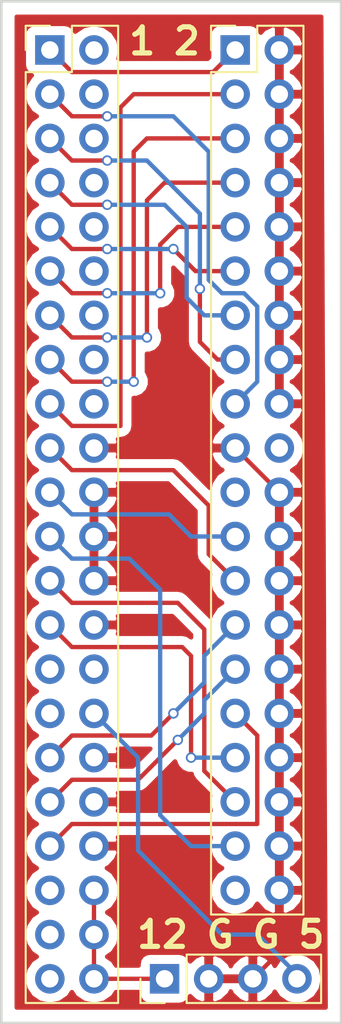
<source format=kicad_pcb>
(kicad_pcb (version 4) (host pcbnew 4.0.6+dfsg1-1)

  (general
    (links 59)
    (no_connects 13)
    (area 117.648667 72.327 139.101 134.065333)
    (thickness 1.6)
    (drawings 6)
    (tracks 135)
    (zones 0)
    (modules 3)
    (nets 30)
  )

  (page A4)
  (layers
    (0 F.Cu signal)
    (31 B.Cu signal)
    (32 B.Adhes user)
    (33 F.Adhes user)
    (34 B.Paste user)
    (35 F.Paste user)
    (36 B.SilkS user)
    (37 F.SilkS user)
    (38 B.Mask user)
    (39 F.Mask user)
    (40 Dwgs.User user)
    (41 Cmts.User user)
    (42 Eco1.User user)
    (43 Eco2.User user)
    (44 Edge.Cuts user)
    (45 Margin user)
    (46 B.CrtYd user)
    (47 F.CrtYd user)
    (48 B.Fab user)
    (49 F.Fab user)
  )

  (setup
    (last_trace_width 0.25)
    (trace_clearance 0.2)
    (zone_clearance 0.508)
    (zone_45_only no)
    (trace_min 0.2)
    (segment_width 0.2)
    (edge_width 0.15)
    (via_size 0.6)
    (via_drill 0.4)
    (via_min_size 0.4)
    (via_min_drill 0.3)
    (uvia_size 0.3)
    (uvia_drill 0.1)
    (uvias_allowed no)
    (uvia_min_size 0.2)
    (uvia_min_drill 0.1)
    (pcb_text_width 0.3)
    (pcb_text_size 1.5 1.5)
    (mod_edge_width 0.15)
    (mod_text_size 1 1)
    (mod_text_width 0.15)
    (pad_size 1.524 1.524)
    (pad_drill 0.762)
    (pad_to_mask_clearance 0.2)
    (aux_axis_origin 0 0)
    (visible_elements FFFFFF7F)
    (pcbplotparams
      (layerselection 0x010f0_80000001)
      (usegerberextensions false)
      (excludeedgelayer true)
      (linewidth 0.100000)
      (plotframeref false)
      (viasonmask true)
      (mode 1)
      (useauxorigin false)
      (hpglpennumber 1)
      (hpglpenspeed 20)
      (hpglpendiameter 15)
      (hpglpenoverlay 2)
      (psnegative false)
      (psa4output false)
      (plotreference false)
      (plotvalue false)
      (plotinvisibletext false)
      (padsonsilk false)
      (subtractmaskfromsilk false)
      (outputformat 1)
      (mirror false)
      (drillshape 0)
      (scaleselection 1)
      (outputdirectory ""))
  )

  (net 0 "")
  (net 1 //RESET)
  (net 2 //DINST)
  (net 3 /DB0)
  (net 4 /GND)
  (net 5 /DB1)
  (net 6 /DB2)
  (net 7 /DB3)
  (net 8 /DB4)
  (net 9 /DB5)
  (net 10 /DB6)
  (net 11 /DB7)
  (net 12 //IOR)
  (net 13 //IOW)
  (net 14 //CS1FX)
  (net 15 /AB0)
  (net 16 /AB1)
  (net 17 /AB2)
  (net 18 /5VDC)
  (net 19 "Net-(J1-Pad31)")
  (net 20 //DACK3)
  (net 21 /DRQ3)
  (net 22 /IRQ5)
  (net 23 /IOCHRDY)
  (net 24 /12VDC)
  (net 25 "Net-(J1-Pad41)")
  (net 26 "Net-(J1-Pad43)")
  (net 27 "Net-(J2-Pad20)")
  (net 28 /AEN)
  (net 29 //DACT)

  (net_class Default "This is the default net class."
    (clearance 0.2)
    (trace_width 0.25)
    (via_dia 0.6)
    (via_drill 0.4)
    (uvia_dia 0.3)
    (uvia_drill 0.1)
    (add_net //CS1FX)
    (add_net //DACK3)
    (add_net //DACT)
    (add_net //DINST)
    (add_net //IOR)
    (add_net //IOW)
    (add_net //RESET)
    (add_net /12VDC)
    (add_net /5VDC)
    (add_net /AB0)
    (add_net /AB1)
    (add_net /AB2)
    (add_net /AEN)
    (add_net /DB0)
    (add_net /DB1)
    (add_net /DB2)
    (add_net /DB3)
    (add_net /DB4)
    (add_net /DB5)
    (add_net /DB6)
    (add_net /DB7)
    (add_net /DRQ3)
    (add_net /GND)
    (add_net /IOCHRDY)
    (add_net /IRQ5)
    (add_net "Net-(J1-Pad31)")
    (add_net "Net-(J1-Pad41)")
    (add_net "Net-(J1-Pad43)")
    (add_net "Net-(J2-Pad20)")
  )

  (module Pin_Headers:Pin_Header_Straight_2x22_Pitch2.54mm (layer F.Cu) (tedit 5A8A8EFB) (tstamp 5A8A8638)
    (at 121.412 75.692)
    (descr "Through hole straight pin header, 2x22, 2.54mm pitch, double rows")
    (tags "Through hole pin header THT 2x22 2.54mm double row")
    (path /5A8A9420)
    (fp_text reference J1 (at 1.27 -2.39) (layer F.SilkS) hide
      (effects (font (size 1 1) (thickness 0.15)))
    )
    (fp_text value CONN_02X22 (at 1.27 55.73) (layer F.Fab) hide
      (effects (font (size 1 1) (thickness 0.15)))
    )
    (fp_line (start -1.27 -1.27) (end -1.27 54.61) (layer F.Fab) (width 0.1))
    (fp_line (start -1.27 54.61) (end 3.81 54.61) (layer F.Fab) (width 0.1))
    (fp_line (start 3.81 54.61) (end 3.81 -1.27) (layer F.Fab) (width 0.1))
    (fp_line (start 3.81 -1.27) (end -1.27 -1.27) (layer F.Fab) (width 0.1))
    (fp_line (start -1.39 1.27) (end -1.39 54.73) (layer F.SilkS) (width 0.12))
    (fp_line (start -1.39 54.73) (end 3.93 54.73) (layer F.SilkS) (width 0.12))
    (fp_line (start 3.93 54.73) (end 3.93 -1.39) (layer F.SilkS) (width 0.12))
    (fp_line (start 3.93 -1.39) (end 1.27 -1.39) (layer F.SilkS) (width 0.12))
    (fp_line (start 1.27 -1.39) (end 1.27 1.27) (layer F.SilkS) (width 0.12))
    (fp_line (start 1.27 1.27) (end -1.39 1.27) (layer F.SilkS) (width 0.12))
    (fp_line (start -1.39 0) (end -1.39 -1.39) (layer F.SilkS) (width 0.12))
    (fp_line (start -1.39 -1.39) (end 0 -1.39) (layer F.SilkS) (width 0.12))
    (fp_line (start -1.6 -1.6) (end -1.6 54.9) (layer F.CrtYd) (width 0.05))
    (fp_line (start -1.6 54.9) (end 4.1 54.9) (layer F.CrtYd) (width 0.05))
    (fp_line (start 4.1 54.9) (end 4.1 -1.6) (layer F.CrtYd) (width 0.05))
    (fp_line (start 4.1 -1.6) (end -1.6 -1.6) (layer F.CrtYd) (width 0.05))
    (pad 1 thru_hole rect (at 0 0) (size 1.7 1.7) (drill 1) (layers *.Cu *.Mask)
      (net 1 //RESET))
    (pad 2 thru_hole oval (at 2.54 0) (size 1.7 1.7) (drill 1) (layers *.Cu *.Mask)
      (net 2 //DINST))
    (pad 3 thru_hole oval (at 0 2.54) (size 1.7 1.7) (drill 1) (layers *.Cu *.Mask)
      (net 3 /DB0))
    (pad 4 thru_hole oval (at 2.54 2.54) (size 1.7 1.7) (drill 1) (layers *.Cu *.Mask)
      (net 4 /GND))
    (pad 5 thru_hole oval (at 0 5.08) (size 1.7 1.7) (drill 1) (layers *.Cu *.Mask)
      (net 5 /DB1))
    (pad 6 thru_hole oval (at 2.54 5.08) (size 1.7 1.7) (drill 1) (layers *.Cu *.Mask)
      (net 4 /GND))
    (pad 7 thru_hole oval (at 0 7.62) (size 1.7 1.7) (drill 1) (layers *.Cu *.Mask)
      (net 6 /DB2))
    (pad 8 thru_hole oval (at 2.54 7.62) (size 1.7 1.7) (drill 1) (layers *.Cu *.Mask)
      (net 4 /GND))
    (pad 9 thru_hole oval (at 0 10.16) (size 1.7 1.7) (drill 1) (layers *.Cu *.Mask)
      (net 7 /DB3))
    (pad 10 thru_hole oval (at 2.54 10.16) (size 1.7 1.7) (drill 1) (layers *.Cu *.Mask)
      (net 4 /GND))
    (pad 11 thru_hole oval (at 0 12.7) (size 1.7 1.7) (drill 1) (layers *.Cu *.Mask)
      (net 8 /DB4))
    (pad 12 thru_hole oval (at 2.54 12.7) (size 1.7 1.7) (drill 1) (layers *.Cu *.Mask)
      (net 4 /GND))
    (pad 13 thru_hole oval (at 0 15.24) (size 1.7 1.7) (drill 1) (layers *.Cu *.Mask)
      (net 9 /DB5))
    (pad 14 thru_hole oval (at 2.54 15.24) (size 1.7 1.7) (drill 1) (layers *.Cu *.Mask)
      (net 4 /GND))
    (pad 15 thru_hole oval (at 0 17.78) (size 1.7 1.7) (drill 1) (layers *.Cu *.Mask)
      (net 10 /DB6))
    (pad 16 thru_hole oval (at 2.54 17.78) (size 1.7 1.7) (drill 1) (layers *.Cu *.Mask)
      (net 4 /GND))
    (pad 17 thru_hole oval (at 0 20.32) (size 1.7 1.7) (drill 1) (layers *.Cu *.Mask)
      (net 11 /DB7))
    (pad 18 thru_hole oval (at 2.54 20.32) (size 1.7 1.7) (drill 1) (layers *.Cu *.Mask)
      (net 4 /GND))
    (pad 19 thru_hole oval (at 0 22.86) (size 1.7 1.7) (drill 1) (layers *.Cu *.Mask)
      (net 12 //IOR))
    (pad 20 thru_hole oval (at 2.54 22.86) (size 1.7 1.7) (drill 1) (layers *.Cu *.Mask)
      (net 4 /GND))
    (pad 21 thru_hole oval (at 0 25.4) (size 1.7 1.7) (drill 1) (layers *.Cu *.Mask)
      (net 13 //IOW))
    (pad 22 thru_hole oval (at 2.54 25.4) (size 1.7 1.7) (drill 1) (layers *.Cu *.Mask)
      (net 4 /GND))
    (pad 23 thru_hole oval (at 0 27.94) (size 1.7 1.7) (drill 1) (layers *.Cu *.Mask)
      (net 14 //CS1FX))
    (pad 24 thru_hole oval (at 2.54 27.94) (size 1.7 1.7) (drill 1) (layers *.Cu *.Mask)
      (net 4 /GND))
    (pad 25 thru_hole oval (at 0 30.48) (size 1.7 1.7) (drill 1) (layers *.Cu *.Mask)
      (net 15 /AB0))
    (pad 26 thru_hole oval (at 2.54 30.48) (size 1.7 1.7) (drill 1) (layers *.Cu *.Mask)
      (net 4 /GND))
    (pad 27 thru_hole oval (at 0 33.02) (size 1.7 1.7) (drill 1) (layers *.Cu *.Mask)
      (net 16 /AB1))
    (pad 28 thru_hole oval (at 2.54 33.02) (size 1.7 1.7) (drill 1) (layers *.Cu *.Mask)
      (net 4 /GND))
    (pad 29 thru_hole oval (at 0 35.56) (size 1.7 1.7) (drill 1) (layers *.Cu *.Mask)
      (net 17 /AB2))
    (pad 30 thru_hole oval (at 2.54 35.56) (size 1.7 1.7) (drill 1) (layers *.Cu *.Mask)
      (net 18 /5VDC))
    (pad 31 thru_hole oval (at 0 38.1) (size 1.7 1.7) (drill 1) (layers *.Cu *.Mask)
      (net 19 "Net-(J1-Pad31)"))
    (pad 32 thru_hole oval (at 2.54 38.1) (size 1.7 1.7) (drill 1) (layers *.Cu *.Mask)
      (net 18 /5VDC))
    (pad 33 thru_hole oval (at 0 40.64) (size 1.7 1.7) (drill 1) (layers *.Cu *.Mask)
      (net 20 //DACK3))
    (pad 34 thru_hole oval (at 2.54 40.64) (size 1.7 1.7) (drill 1) (layers *.Cu *.Mask)
      (net 4 /GND))
    (pad 35 thru_hole oval (at 0 43.18) (size 1.7 1.7) (drill 1) (layers *.Cu *.Mask)
      (net 21 /DRQ3))
    (pad 36 thru_hole oval (at 2.54 43.18) (size 1.7 1.7) (drill 1) (layers *.Cu *.Mask)
      (net 4 /GND))
    (pad 37 thru_hole oval (at 0 45.72) (size 1.7 1.7) (drill 1) (layers *.Cu *.Mask)
      (net 22 /IRQ5))
    (pad 38 thru_hole oval (at 2.54 45.72) (size 1.7 1.7) (drill 1) (layers *.Cu *.Mask)
      (net 4 /GND))
    (pad 39 thru_hole oval (at 0 48.26) (size 1.7 1.7) (drill 1) (layers *.Cu *.Mask)
      (net 23 /IOCHRDY))
    (pad 40 thru_hole oval (at 2.54 48.26) (size 1.7 1.7) (drill 1) (layers *.Cu *.Mask)
      (net 24 /12VDC))
    (pad 41 thru_hole oval (at 0 50.8) (size 1.7 1.7) (drill 1) (layers *.Cu *.Mask)
      (net 25 "Net-(J1-Pad41)"))
    (pad 42 thru_hole oval (at 2.54 50.8) (size 1.7 1.7) (drill 1) (layers *.Cu *.Mask)
      (net 24 /12VDC))
    (pad 43 thru_hole oval (at 0 53.34) (size 1.7 1.7) (drill 1) (layers *.Cu *.Mask)
      (net 26 "Net-(J1-Pad43)"))
    (pad 44 thru_hole oval (at 2.54 53.34) (size 1.7 1.7) (drill 1) (layers *.Cu *.Mask)
      (net 24 /12VDC))
    (model Pin_Headers.3dshapes/Pin_Header_Straight_2x22_Pitch2.54mm.wrl
      (at (xyz 0.05 -1.05 0))
      (scale (xyz 1 1 1))
      (rotate (xyz 0 0 90))
    )
  )

  (module Pin_Headers:Pin_Header_Straight_2x20_Pitch2.54mm (layer F.Cu) (tedit 5A8A8F01) (tstamp 5A8A8664)
    (at 132.08 75.692)
    (descr "Through hole straight pin header, 2x20, 2.54mm pitch, double rows")
    (tags "Through hole pin header THT 2x20 2.54mm double row")
    (path /5A8A94BA)
    (fp_text reference J2 (at 1.27 -2.39) (layer F.SilkS) hide
      (effects (font (size 1 1) (thickness 0.15)))
    )
    (fp_text value CONN_02X20 (at 1.27 50.65) (layer F.Fab) hide
      (effects (font (size 1 1) (thickness 0.15)))
    )
    (fp_line (start -1.27 -1.27) (end -1.27 49.53) (layer F.Fab) (width 0.1))
    (fp_line (start -1.27 49.53) (end 3.81 49.53) (layer F.Fab) (width 0.1))
    (fp_line (start 3.81 49.53) (end 3.81 -1.27) (layer F.Fab) (width 0.1))
    (fp_line (start 3.81 -1.27) (end -1.27 -1.27) (layer F.Fab) (width 0.1))
    (fp_line (start -1.39 1.27) (end -1.39 49.65) (layer F.SilkS) (width 0.12))
    (fp_line (start -1.39 49.65) (end 3.93 49.65) (layer F.SilkS) (width 0.12))
    (fp_line (start 3.93 49.65) (end 3.93 -1.39) (layer F.SilkS) (width 0.12))
    (fp_line (start 3.93 -1.39) (end 1.27 -1.39) (layer F.SilkS) (width 0.12))
    (fp_line (start 1.27 -1.39) (end 1.27 1.27) (layer F.SilkS) (width 0.12))
    (fp_line (start 1.27 1.27) (end -1.39 1.27) (layer F.SilkS) (width 0.12))
    (fp_line (start -1.39 0) (end -1.39 -1.39) (layer F.SilkS) (width 0.12))
    (fp_line (start -1.39 -1.39) (end 0 -1.39) (layer F.SilkS) (width 0.12))
    (fp_line (start -1.6 -1.6) (end -1.6 49.8) (layer F.CrtYd) (width 0.05))
    (fp_line (start -1.6 49.8) (end 4.1 49.8) (layer F.CrtYd) (width 0.05))
    (fp_line (start 4.1 49.8) (end 4.1 -1.6) (layer F.CrtYd) (width 0.05))
    (fp_line (start 4.1 -1.6) (end -1.6 -1.6) (layer F.CrtYd) (width 0.05))
    (pad 1 thru_hole rect (at 0 0) (size 1.7 1.7) (drill 1) (layers *.Cu *.Mask)
      (net 1 //RESET))
    (pad 2 thru_hole oval (at 2.54 0) (size 1.7 1.7) (drill 1) (layers *.Cu *.Mask)
      (net 4 /GND))
    (pad 3 thru_hole oval (at 0 2.54) (size 1.7 1.7) (drill 1) (layers *.Cu *.Mask)
      (net 11 /DB7))
    (pad 4 thru_hole oval (at 2.54 2.54) (size 1.7 1.7) (drill 1) (layers *.Cu *.Mask)
      (net 4 /GND))
    (pad 5 thru_hole oval (at 0 5.08) (size 1.7 1.7) (drill 1) (layers *.Cu *.Mask)
      (net 10 /DB6))
    (pad 6 thru_hole oval (at 2.54 5.08) (size 1.7 1.7) (drill 1) (layers *.Cu *.Mask)
      (net 4 /GND))
    (pad 7 thru_hole oval (at 0 7.62) (size 1.7 1.7) (drill 1) (layers *.Cu *.Mask)
      (net 9 /DB5))
    (pad 8 thru_hole oval (at 2.54 7.62) (size 1.7 1.7) (drill 1) (layers *.Cu *.Mask)
      (net 4 /GND))
    (pad 9 thru_hole oval (at 0 10.16) (size 1.7 1.7) (drill 1) (layers *.Cu *.Mask)
      (net 8 /DB4))
    (pad 10 thru_hole oval (at 2.54 10.16) (size 1.7 1.7) (drill 1) (layers *.Cu *.Mask)
      (net 4 /GND))
    (pad 11 thru_hole oval (at 0 12.7) (size 1.7 1.7) (drill 1) (layers *.Cu *.Mask)
      (net 7 /DB3))
    (pad 12 thru_hole oval (at 2.54 12.7) (size 1.7 1.7) (drill 1) (layers *.Cu *.Mask)
      (net 4 /GND))
    (pad 13 thru_hole oval (at 0 15.24) (size 1.7 1.7) (drill 1) (layers *.Cu *.Mask)
      (net 6 /DB2))
    (pad 14 thru_hole oval (at 2.54 15.24) (size 1.7 1.7) (drill 1) (layers *.Cu *.Mask)
      (net 4 /GND))
    (pad 15 thru_hole oval (at 0 17.78) (size 1.7 1.7) (drill 1) (layers *.Cu *.Mask)
      (net 5 /DB1))
    (pad 16 thru_hole oval (at 2.54 17.78) (size 1.7 1.7) (drill 1) (layers *.Cu *.Mask)
      (net 4 /GND))
    (pad 17 thru_hole oval (at 0 20.32) (size 1.7 1.7) (drill 1) (layers *.Cu *.Mask)
      (net 3 /DB0))
    (pad 18 thru_hole oval (at 2.54 20.32) (size 1.7 1.7) (drill 1) (layers *.Cu *.Mask)
      (net 4 /GND))
    (pad 19 thru_hole oval (at 0 22.86) (size 1.7 1.7) (drill 1) (layers *.Cu *.Mask)
      (net 4 /GND))
    (pad 20 thru_hole oval (at 2.54 22.86) (size 1.7 1.7) (drill 1) (layers *.Cu *.Mask)
      (net 27 "Net-(J2-Pad20)"))
    (pad 21 thru_hole oval (at 0 25.4) (size 1.7 1.7) (drill 1) (layers *.Cu *.Mask)
      (net 28 /AEN))
    (pad 22 thru_hole oval (at 2.54 25.4) (size 1.7 1.7) (drill 1) (layers *.Cu *.Mask)
      (net 4 /GND))
    (pad 23 thru_hole oval (at 0 27.94) (size 1.7 1.7) (drill 1) (layers *.Cu *.Mask)
      (net 13 //IOW))
    (pad 24 thru_hole oval (at 2.54 27.94) (size 1.7 1.7) (drill 1) (layers *.Cu *.Mask)
      (net 4 /GND))
    (pad 25 thru_hole oval (at 0 30.48) (size 1.7 1.7) (drill 1) (layers *.Cu *.Mask)
      (net 12 //IOR))
    (pad 26 thru_hole oval (at 2.54 30.48) (size 1.7 1.7) (drill 1) (layers *.Cu *.Mask)
      (net 4 /GND))
    (pad 27 thru_hole oval (at 0 33.02) (size 1.7 1.7) (drill 1) (layers *.Cu *.Mask)
      (net 20 //DACK3))
    (pad 28 thru_hole oval (at 2.54 33.02) (size 1.7 1.7) (drill 1) (layers *.Cu *.Mask)
      (net 4 /GND))
    (pad 29 thru_hole oval (at 0 35.56) (size 1.7 1.7) (drill 1) (layers *.Cu *.Mask)
      (net 21 /DRQ3))
    (pad 30 thru_hole oval (at 2.54 35.56) (size 1.7 1.7) (drill 1) (layers *.Cu *.Mask)
      (net 4 /GND))
    (pad 31 thru_hole oval (at 0 38.1) (size 1.7 1.7) (drill 1) (layers *.Cu *.Mask)
      (net 22 /IRQ5))
    (pad 32 thru_hole oval (at 2.54 38.1) (size 1.7 1.7) (drill 1) (layers *.Cu *.Mask)
      (net 4 /GND))
    (pad 33 thru_hole oval (at 0 40.64) (size 1.7 1.7) (drill 1) (layers *.Cu *.Mask)
      (net 16 /AB1))
    (pad 34 thru_hole oval (at 2.54 40.64) (size 1.7 1.7) (drill 1) (layers *.Cu *.Mask)
      (net 4 /GND))
    (pad 35 thru_hole oval (at 0 43.18) (size 1.7 1.7) (drill 1) (layers *.Cu *.Mask)
      (net 15 /AB0))
    (pad 36 thru_hole oval (at 2.54 43.18) (size 1.7 1.7) (drill 1) (layers *.Cu *.Mask)
      (net 4 /GND))
    (pad 37 thru_hole oval (at 0 45.72) (size 1.7 1.7) (drill 1) (layers *.Cu *.Mask)
      (net 14 //CS1FX))
    (pad 38 thru_hole oval (at 2.54 45.72) (size 1.7 1.7) (drill 1) (layers *.Cu *.Mask)
      (net 4 /GND))
    (pad 39 thru_hole oval (at 0 48.26) (size 1.7 1.7) (drill 1) (layers *.Cu *.Mask)
      (net 29 //DACT))
    (pad 40 thru_hole oval (at 2.54 48.26) (size 1.7 1.7) (drill 1) (layers *.Cu *.Mask)
      (net 4 /GND))
    (model Pin_Headers.3dshapes/Pin_Header_Straight_2x20_Pitch2.54mm.wrl
      (at (xyz 0.05 -0.95 0))
      (scale (xyz 1 1 1))
      (rotate (xyz 0 0 90))
    )
  )

  (module Pin_Headers:Pin_Header_Straight_1x04_Pitch2.54mm (layer F.Cu) (tedit 5A8A8F05) (tstamp 5A8A86CC)
    (at 128.016 129.032 90)
    (descr "Through hole straight pin header, 1x04, 2.54mm pitch, single row")
    (tags "Through hole pin header THT 1x04 2.54mm single row")
    (path /5A8AA1D6)
    (fp_text reference J3 (at 0 -2.39 90) (layer F.SilkS) hide
      (effects (font (size 1 1) (thickness 0.15)))
    )
    (fp_text value CONN_01X04 (at 0 10.01 90) (layer F.Fab) hide
      (effects (font (size 1 1) (thickness 0.15)))
    )
    (fp_line (start -1.27 -1.27) (end -1.27 8.89) (layer F.Fab) (width 0.1))
    (fp_line (start -1.27 8.89) (end 1.27 8.89) (layer F.Fab) (width 0.1))
    (fp_line (start 1.27 8.89) (end 1.27 -1.27) (layer F.Fab) (width 0.1))
    (fp_line (start 1.27 -1.27) (end -1.27 -1.27) (layer F.Fab) (width 0.1))
    (fp_line (start -1.39 1.27) (end -1.39 9.01) (layer F.SilkS) (width 0.12))
    (fp_line (start -1.39 9.01) (end 1.39 9.01) (layer F.SilkS) (width 0.12))
    (fp_line (start 1.39 9.01) (end 1.39 1.27) (layer F.SilkS) (width 0.12))
    (fp_line (start 1.39 1.27) (end -1.39 1.27) (layer F.SilkS) (width 0.12))
    (fp_line (start -1.39 0) (end -1.39 -1.39) (layer F.SilkS) (width 0.12))
    (fp_line (start -1.39 -1.39) (end 0 -1.39) (layer F.SilkS) (width 0.12))
    (fp_line (start -1.6 -1.6) (end -1.6 9.2) (layer F.CrtYd) (width 0.05))
    (fp_line (start -1.6 9.2) (end 1.6 9.2) (layer F.CrtYd) (width 0.05))
    (fp_line (start 1.6 9.2) (end 1.6 -1.6) (layer F.CrtYd) (width 0.05))
    (fp_line (start 1.6 -1.6) (end -1.6 -1.6) (layer F.CrtYd) (width 0.05))
    (pad 1 thru_hole rect (at 0 0 90) (size 1.7 1.7) (drill 1) (layers *.Cu *.Mask)
      (net 24 /12VDC))
    (pad 2 thru_hole oval (at 0 2.54 90) (size 1.7 1.7) (drill 1) (layers *.Cu *.Mask)
      (net 4 /GND))
    (pad 3 thru_hole oval (at 0 5.08 90) (size 1.7 1.7) (drill 1) (layers *.Cu *.Mask)
      (net 4 /GND))
    (pad 4 thru_hole oval (at 0 7.62 90) (size 1.7 1.7) (drill 1) (layers *.Cu *.Mask)
      (net 18 /5VDC))
    (model Pin_Headers.3dshapes/Pin_Header_Straight_1x04_Pitch2.54mm.wrl
      (at (xyz 0 -0.15 0))
      (scale (xyz 1 1 1))
      (rotate (xyz 0 0 90))
    )
  )

  (gr_text "12 G G 5" (at 131.826 126.492) (layer F.SilkS)
    (effects (font (size 1.5 1.5) (thickness 0.3)))
  )
  (gr_text "1 2" (at 128.016 75.184) (layer F.SilkS)
    (effects (font (size 1.5 1.5) (thickness 0.3)))
  )
  (gr_line (start 138.176 72.898) (end 118.618 72.898) (angle 90) (layer Edge.Cuts) (width 0.15))
  (gr_line (start 138.176 131.572) (end 138.176 72.898) (angle 90) (layer Edge.Cuts) (width 0.15))
  (gr_line (start 118.618 131.572) (end 138.176 131.572) (angle 90) (layer Edge.Cuts) (width 0.15))
  (gr_line (start 118.618 72.898) (end 118.618 131.572) (angle 90) (layer Edge.Cuts) (width 0.15))

  (segment (start 126.492 76.962) (end 130.81 76.962) (width 0.25) (layer F.Cu) (net 1))
  (segment (start 130.81 76.962) (end 132.08 75.692) (width 0.25) (layer F.Cu) (net 1) (tstamp 5A8A89C7))
  (segment (start 121.412 75.692) (end 122.682 76.962) (width 0.25) (layer F.Cu) (net 1))
  (segment (start 122.682 76.962) (end 126.492 76.962) (width 0.25) (layer F.Cu) (net 1) (tstamp 5A8A8986))
  (segment (start 121.412 78.232) (end 122.682 79.502) (width 0.25) (layer F.Cu) (net 3))
  (segment (start 133.35 94.742) (end 132.08 96.012) (width 0.25) (layer B.Cu) (net 3) (tstamp 5A8A8F61))
  (segment (start 133.35 90.424) (end 133.35 94.742) (width 0.25) (layer B.Cu) (net 3) (tstamp 5A8A8F60))
  (segment (start 132.588 89.662) (end 133.35 90.424) (width 0.25) (layer B.Cu) (net 3) (tstamp 5A8A8F5F))
  (segment (start 131.318 89.662) (end 132.588 89.662) (width 0.25) (layer B.Cu) (net 3) (tstamp 5A8A8F5E))
  (segment (start 130.556 88.9) (end 131.318 89.662) (width 0.25) (layer B.Cu) (net 3) (tstamp 5A8A8F5D))
  (segment (start 130.556 81.534) (end 130.556 88.9) (width 0.25) (layer B.Cu) (net 3) (tstamp 5A8A8F5B))
  (segment (start 128.524 79.502) (end 130.556 81.534) (width 0.25) (layer B.Cu) (net 3) (tstamp 5A8A8F5A))
  (segment (start 124.714 79.502) (end 128.524 79.502) (width 0.25) (layer B.Cu) (net 3) (tstamp 5A8A8F59))
  (via (at 124.714 79.502) (size 0.6) (drill 0.4) (layers F.Cu B.Cu) (net 3))
  (segment (start 122.682 79.502) (end 124.714 79.502) (width 0.25) (layer F.Cu) (net 3) (tstamp 5A8A8F56))
  (segment (start 134.62 101.092) (end 132.08 98.552) (width 0.25) (layer F.Cu) (net 4))
  (segment (start 130.556 129.032) (end 133.096 129.032) (width 0.25) (layer F.Cu) (net 4))
  (segment (start 133.096 129.032) (end 134.62 127.508) (width 0.25) (layer F.Cu) (net 4) (tstamp 5A8A8FD9))
  (segment (start 134.62 127.508) (end 134.62 123.952) (width 0.25) (layer F.Cu) (net 4) (tstamp 5A8A8FDA))
  (segment (start 121.412 80.772) (end 122.682 82.042) (width 0.25) (layer F.Cu) (net 5))
  (segment (start 131.064 93.472) (end 132.08 93.472) (width 0.25) (layer F.Cu) (net 5) (tstamp 5A8A8F52))
  (segment (start 130.048 92.456) (end 131.064 93.472) (width 0.25) (layer F.Cu) (net 5) (tstamp 5A8A8F51))
  (segment (start 130.048 89.408) (end 130.048 92.456) (width 0.25) (layer F.Cu) (net 5) (tstamp 5A8A8F50))
  (via (at 130.048 89.408) (size 0.6) (drill 0.4) (layers F.Cu B.Cu) (net 5))
  (segment (start 130.048 85.09) (end 130.048 89.408) (width 0.25) (layer B.Cu) (net 5) (tstamp 5A8A8F4C))
  (segment (start 129.794 84.836) (end 130.048 85.09) (width 0.25) (layer B.Cu) (net 5) (tstamp 5A8A8F4A))
  (segment (start 127 82.042) (end 129.794 84.836) (width 0.25) (layer B.Cu) (net 5) (tstamp 5A8A8F49))
  (segment (start 124.714 82.042) (end 127 82.042) (width 0.25) (layer B.Cu) (net 5) (tstamp 5A8A8F48))
  (via (at 124.714 82.042) (size 0.6) (drill 0.4) (layers F.Cu B.Cu) (net 5))
  (segment (start 122.682 82.042) (end 124.714 82.042) (width 0.25) (layer F.Cu) (net 5) (tstamp 5A8A8F45))
  (segment (start 121.412 83.312) (end 122.682 84.582) (width 0.25) (layer F.Cu) (net 6))
  (segment (start 130.302 90.932) (end 132.08 90.932) (width 0.25) (layer B.Cu) (net 6) (tstamp 5A8A8F41))
  (segment (start 129.286 89.916) (end 130.302 90.932) (width 0.25) (layer B.Cu) (net 6) (tstamp 5A8A8F40))
  (segment (start 129.286 85.852) (end 129.286 89.916) (width 0.25) (layer B.Cu) (net 6) (tstamp 5A8A8F3E))
  (segment (start 128.016 84.582) (end 129.286 85.852) (width 0.25) (layer B.Cu) (net 6) (tstamp 5A8A8F3D))
  (segment (start 124.714 84.582) (end 128.016 84.582) (width 0.25) (layer B.Cu) (net 6) (tstamp 5A8A8F3C))
  (via (at 124.714 84.582) (size 0.6) (drill 0.4) (layers F.Cu B.Cu) (net 6))
  (segment (start 122.682 84.582) (end 124.714 84.582) (width 0.25) (layer F.Cu) (net 6) (tstamp 5A8A8F39))
  (segment (start 121.412 83.312) (end 121.666 83.312) (width 0.25) (layer F.Cu) (net 6))
  (segment (start 121.412 85.852) (end 122.682 87.122) (width 0.25) (layer F.Cu) (net 7))
  (segment (start 129.794 88.392) (end 132.08 88.392) (width 0.25) (layer F.Cu) (net 7) (tstamp 5A8A8F34))
  (segment (start 128.524 87.122) (end 129.794 88.392) (width 0.25) (layer F.Cu) (net 7) (tstamp 5A8A8F33))
  (via (at 128.524 87.122) (size 0.6) (drill 0.4) (layers F.Cu B.Cu) (net 7))
  (segment (start 124.714 87.122) (end 128.524 87.122) (width 0.25) (layer B.Cu) (net 7) (tstamp 5A8A8F30))
  (via (at 124.714 87.122) (size 0.6) (drill 0.4) (layers F.Cu B.Cu) (net 7))
  (segment (start 122.682 87.122) (end 124.714 87.122) (width 0.25) (layer F.Cu) (net 7) (tstamp 5A8A8F2D))
  (segment (start 121.412 88.392) (end 122.682 89.662) (width 0.25) (layer F.Cu) (net 8))
  (segment (start 128.778 85.852) (end 132.08 85.852) (width 0.25) (layer F.Cu) (net 8) (tstamp 5A8A8F29))
  (segment (start 127.762 86.868) (end 128.778 85.852) (width 0.25) (layer F.Cu) (net 8) (tstamp 5A8A8F28))
  (segment (start 127.762 89.662) (end 127.762 86.868) (width 0.25) (layer F.Cu) (net 8) (tstamp 5A8A8F27))
  (via (at 127.762 89.662) (size 0.6) (drill 0.4) (layers F.Cu B.Cu) (net 8))
  (segment (start 124.714 89.662) (end 127.762 89.662) (width 0.25) (layer B.Cu) (net 8) (tstamp 5A8A8F24))
  (via (at 124.714 89.662) (size 0.6) (drill 0.4) (layers F.Cu B.Cu) (net 8))
  (segment (start 122.682 89.662) (end 124.714 89.662) (width 0.25) (layer F.Cu) (net 8) (tstamp 5A8A8F21))
  (segment (start 121.412 90.932) (end 122.682 92.202) (width 0.25) (layer F.Cu) (net 9))
  (segment (start 128.016 83.312) (end 132.08 83.312) (width 0.25) (layer F.Cu) (net 9) (tstamp 5A8A8F18))
  (segment (start 127 84.328) (end 128.016 83.312) (width 0.25) (layer F.Cu) (net 9) (tstamp 5A8A8F17))
  (segment (start 127 92.202) (end 127 84.328) (width 0.25) (layer F.Cu) (net 9) (tstamp 5A8A8F16))
  (via (at 127 92.202) (size 0.6) (drill 0.4) (layers F.Cu B.Cu) (net 9))
  (segment (start 124.714 92.202) (end 127 92.202) (width 0.25) (layer B.Cu) (net 9) (tstamp 5A8A8F13))
  (via (at 124.714 92.202) (size 0.6) (drill 0.4) (layers F.Cu B.Cu) (net 9))
  (segment (start 122.682 92.202) (end 124.714 92.202) (width 0.25) (layer F.Cu) (net 9) (tstamp 5A8A8F0F))
  (segment (start 121.412 93.472) (end 122.682 94.742) (width 0.25) (layer F.Cu) (net 10))
  (segment (start 127 80.772) (end 132.08 80.772) (width 0.25) (layer F.Cu) (net 10) (tstamp 5A8A8F0C))
  (segment (start 126.238 81.534) (end 127 80.772) (width 0.25) (layer F.Cu) (net 10) (tstamp 5A8A8F0B))
  (segment (start 126.238 94.742) (end 126.238 81.534) (width 0.25) (layer F.Cu) (net 10) (tstamp 5A8A8F0A))
  (via (at 126.238 94.742) (size 0.6) (drill 0.4) (layers F.Cu B.Cu) (net 10))
  (segment (start 124.714 94.742) (end 126.238 94.742) (width 0.25) (layer B.Cu) (net 10) (tstamp 5A8A8F06))
  (via (at 124.714 94.742) (size 0.6) (drill 0.4) (layers F.Cu B.Cu) (net 10))
  (segment (start 122.682 94.742) (end 124.714 94.742) (width 0.25) (layer F.Cu) (net 10) (tstamp 5A8A8F03))
  (segment (start 121.412 96.012) (end 122.682 97.282) (width 0.25) (layer F.Cu) (net 11))
  (segment (start 125.476 97.282) (end 125.476 79.502) (width 0.25) (layer F.Cu) (net 11) (tstamp 5A8A8EF9))
  (segment (start 122.682 97.282) (end 125.476 97.282) (width 0.25) (layer F.Cu) (net 11) (tstamp 5A8A8EF8))
  (segment (start 125.476 79.502) (end 125.476 78.994) (width 0.25) (layer F.Cu) (net 11) (tstamp 5A8A8EFC))
  (segment (start 125.476 78.994) (end 126.238 78.232) (width 0.25) (layer F.Cu) (net 11) (tstamp 5A8A8EFD))
  (segment (start 126.238 78.232) (end 132.08 78.232) (width 0.25) (layer F.Cu) (net 11) (tstamp 5A8A8EFE))
  (segment (start 126.746 99.822) (end 128.524 99.822) (width 0.25) (layer F.Cu) (net 12))
  (segment (start 122.682 99.822) (end 126.746 99.822) (width 0.25) (layer F.Cu) (net 12) (tstamp 5A8A896C))
  (segment (start 121.412 98.552) (end 122.682 99.822) (width 0.25) (layer F.Cu) (net 12))
  (segment (start 130.556 104.648) (end 132.08 106.172) (width 0.25) (layer F.Cu) (net 12) (tstamp 5A8A8F6B))
  (segment (start 130.556 101.854) (end 130.556 104.648) (width 0.25) (layer F.Cu) (net 12) (tstamp 5A8A8F69))
  (segment (start 128.524 99.822) (end 130.556 101.854) (width 0.25) (layer F.Cu) (net 12) (tstamp 5A8A8F67))
  (segment (start 121.412 101.092) (end 122.682 102.362) (width 0.25) (layer B.Cu) (net 13))
  (segment (start 129.54 103.632) (end 132.08 103.632) (width 0.25) (layer B.Cu) (net 13) (tstamp 5A8A8F98))
  (segment (start 128.27 102.362) (end 129.54 103.632) (width 0.25) (layer B.Cu) (net 13) (tstamp 5A8A8F97))
  (segment (start 122.682 102.362) (end 128.27 102.362) (width 0.25) (layer B.Cu) (net 13) (tstamp 5A8A8F96))
  (segment (start 121.412 103.632) (end 122.682 104.902) (width 0.25) (layer B.Cu) (net 14))
  (segment (start 129.54 121.412) (end 132.08 121.412) (width 0.25) (layer B.Cu) (net 14) (tstamp 5A8A8FA4))
  (segment (start 127.762 119.634) (end 129.54 121.412) (width 0.25) (layer B.Cu) (net 14) (tstamp 5A8A8FA2))
  (segment (start 127.762 106.68) (end 127.762 119.634) (width 0.25) (layer B.Cu) (net 14) (tstamp 5A8A8FA0))
  (segment (start 125.984 104.902) (end 127.762 106.68) (width 0.25) (layer B.Cu) (net 14) (tstamp 5A8A8F9F))
  (segment (start 122.682 104.902) (end 125.984 104.902) (width 0.25) (layer B.Cu) (net 14) (tstamp 5A8A8F9E))
  (segment (start 126.746 107.442) (end 128.778 107.442) (width 0.25) (layer F.Cu) (net 15))
  (segment (start 122.682 107.442) (end 126.746 107.442) (width 0.25) (layer F.Cu) (net 15) (tstamp 5A8A8963))
  (segment (start 121.412 106.172) (end 122.682 107.442) (width 0.25) (layer F.Cu) (net 15))
  (segment (start 130.302 117.094) (end 132.08 118.872) (width 0.25) (layer F.Cu) (net 15) (tstamp 5A8A8F74))
  (segment (start 130.302 108.966) (end 130.302 117.094) (width 0.25) (layer F.Cu) (net 15) (tstamp 5A8A8F72))
  (segment (start 128.778 107.442) (end 130.302 108.966) (width 0.25) (layer F.Cu) (net 15) (tstamp 5A8A8F70))
  (segment (start 126.746 109.982) (end 129.032 109.982) (width 0.25) (layer F.Cu) (net 16))
  (segment (start 122.682 109.982) (end 126.746 109.982) (width 0.25) (layer F.Cu) (net 16) (tstamp 5A8A8960))
  (segment (start 121.412 108.712) (end 122.682 109.982) (width 0.25) (layer F.Cu) (net 16))
  (segment (start 129.54 116.332) (end 132.08 116.332) (width 0.25) (layer B.Cu) (net 16) (tstamp 5A8A8F7B))
  (via (at 129.54 116.332) (size 0.6) (drill 0.4) (layers F.Cu B.Cu) (net 16))
  (segment (start 129.54 110.49) (end 129.54 116.332) (width 0.25) (layer F.Cu) (net 16) (tstamp 5A8A8F79))
  (segment (start 129.032 109.982) (end 129.54 110.49) (width 0.25) (layer F.Cu) (net 16) (tstamp 5A8A8F78))
  (segment (start 135.636 129.032) (end 135.636 128.778) (width 0.25) (layer B.Cu) (net 18))
  (segment (start 135.636 128.778) (end 133.35 126.492) (width 0.25) (layer B.Cu) (net 18) (tstamp 5A8A8FDE))
  (segment (start 133.35 126.492) (end 131.318 126.492) (width 0.25) (layer B.Cu) (net 18) (tstamp 5A8A8FDF))
  (segment (start 131.318 126.492) (end 126.492 121.666) (width 0.25) (layer B.Cu) (net 18) (tstamp 5A8A8FE1))
  (segment (start 126.492 121.666) (end 126.492 116.332) (width 0.25) (layer B.Cu) (net 18) (tstamp 5A8A8FE3))
  (segment (start 126.492 116.332) (end 123.952 113.792) (width 0.25) (layer B.Cu) (net 18) (tstamp 5A8A8FE5))
  (segment (start 126.492 115.062) (end 127.254 115.062) (width 0.25) (layer F.Cu) (net 20))
  (segment (start 122.428 115.316) (end 122.682 115.062) (width 0.25) (layer F.Cu) (net 20) (tstamp 5A8A8955))
  (segment (start 122.682 115.062) (end 126.492 115.062) (width 0.25) (layer F.Cu) (net 20) (tstamp 5A8A8956))
  (segment (start 121.412 116.332) (end 122.428 115.316) (width 0.25) (layer F.Cu) (net 20))
  (segment (start 130.302 110.49) (end 132.08 108.712) (width 0.25) (layer B.Cu) (net 20) (tstamp 5A8A8F84))
  (segment (start 130.302 112.014) (end 130.302 110.49) (width 0.25) (layer B.Cu) (net 20) (tstamp 5A8A8F82))
  (segment (start 128.524 113.792) (end 130.302 112.014) (width 0.25) (layer B.Cu) (net 20) (tstamp 5A8A8F81))
  (via (at 128.524 113.792) (size 0.6) (drill 0.4) (layers F.Cu B.Cu) (net 20))
  (segment (start 127.254 115.062) (end 128.524 113.792) (width 0.25) (layer F.Cu) (net 20) (tstamp 5A8A8F7F))
  (segment (start 126.492 117.602) (end 128.778 115.316) (width 0.25) (layer F.Cu) (net 21))
  (segment (start 122.682 117.602) (end 126.492 117.602) (width 0.25) (layer F.Cu) (net 21) (tstamp 5A8A8959))
  (segment (start 121.412 118.872) (end 122.682 117.602) (width 0.25) (layer F.Cu) (net 21))
  (segment (start 130.302 113.03) (end 132.08 111.252) (width 0.25) (layer B.Cu) (net 21) (tstamp 5A8A8F8C))
  (segment (start 130.302 113.792) (end 130.302 113.03) (width 0.25) (layer B.Cu) (net 21) (tstamp 5A8A8F8B))
  (segment (start 128.778 115.316) (end 130.302 113.792) (width 0.25) (layer B.Cu) (net 21) (tstamp 5A8A8F8A))
  (via (at 128.778 115.316) (size 0.6) (drill 0.4) (layers F.Cu B.Cu) (net 21))
  (segment (start 126.492 120.142) (end 133.35 120.142) (width 0.25) (layer F.Cu) (net 22))
  (segment (start 122.682 120.142) (end 126.492 120.142) (width 0.25) (layer F.Cu) (net 22) (tstamp 5A8A895C))
  (segment (start 121.412 121.412) (end 122.682 120.142) (width 0.25) (layer F.Cu) (net 22))
  (segment (start 133.35 115.062) (end 132.08 113.792) (width 0.25) (layer F.Cu) (net 22) (tstamp 5A8A8F90))
  (segment (start 133.35 120.142) (end 133.35 115.062) (width 0.25) (layer F.Cu) (net 22) (tstamp 5A8A8F8F))
  (segment (start 128.016 129.032) (end 123.952 129.032) (width 0.25) (layer F.Cu) (net 24))
  (segment (start 123.952 129.032) (end 123.952 126.492) (width 0.25) (layer F.Cu) (net 24) (tstamp 5A8A8FD5))
  (segment (start 123.952 126.492) (end 123.952 123.952) (width 0.25) (layer F.Cu) (net 24) (tstamp 5A8A8FD6))

  (zone (net 4) (net_name /GND) (layer F.Cu) (tstamp 5A8A8FED) (hatch edge 0.508)
    (connect_pads (clearance 0.508))
    (min_thickness 0.254)
    (fill yes (arc_segments 16) (thermal_gap 0.508) (thermal_bridge_width 0.508))
    (polygon
      (pts
        (xy 137.414 130.81) (xy 119.38 130.81) (xy 119.38 73.66) (xy 137.16 73.66)
      )
    )
    (filled_polygon
      (pts
        (xy 137.286434 130.683) (xy 119.507 130.683) (xy 119.507 78.232) (xy 119.897907 78.232) (xy 120.010946 78.800285)
        (xy 120.332853 79.282054) (xy 120.662026 79.502) (xy 120.332853 79.721946) (xy 120.010946 80.203715) (xy 119.897907 80.772)
        (xy 120.010946 81.340285) (xy 120.332853 81.822054) (xy 120.662026 82.042) (xy 120.332853 82.261946) (xy 120.010946 82.743715)
        (xy 119.897907 83.312) (xy 120.010946 83.880285) (xy 120.332853 84.362054) (xy 120.662026 84.582) (xy 120.332853 84.801946)
        (xy 120.010946 85.283715) (xy 119.897907 85.852) (xy 120.010946 86.420285) (xy 120.332853 86.902054) (xy 120.662026 87.122)
        (xy 120.332853 87.341946) (xy 120.010946 87.823715) (xy 119.897907 88.392) (xy 120.010946 88.960285) (xy 120.332853 89.442054)
        (xy 120.662026 89.662) (xy 120.332853 89.881946) (xy 120.010946 90.363715) (xy 119.897907 90.932) (xy 120.010946 91.500285)
        (xy 120.332853 91.982054) (xy 120.662026 92.202) (xy 120.332853 92.421946) (xy 120.010946 92.903715) (xy 119.897907 93.472)
        (xy 120.010946 94.040285) (xy 120.332853 94.522054) (xy 120.662026 94.742) (xy 120.332853 94.961946) (xy 120.010946 95.443715)
        (xy 119.897907 96.012) (xy 120.010946 96.580285) (xy 120.332853 97.062054) (xy 120.662026 97.282) (xy 120.332853 97.501946)
        (xy 120.010946 97.983715) (xy 119.897907 98.552) (xy 120.010946 99.120285) (xy 120.332853 99.602054) (xy 120.662026 99.822)
        (xy 120.332853 100.041946) (xy 120.010946 100.523715) (xy 119.897907 101.092) (xy 120.010946 101.660285) (xy 120.332853 102.142054)
        (xy 120.662026 102.362) (xy 120.332853 102.581946) (xy 120.010946 103.063715) (xy 119.897907 103.632) (xy 120.010946 104.200285)
        (xy 120.332853 104.682054) (xy 120.662026 104.902) (xy 120.332853 105.121946) (xy 120.010946 105.603715) (xy 119.897907 106.172)
        (xy 120.010946 106.740285) (xy 120.332853 107.222054) (xy 120.662026 107.442) (xy 120.332853 107.661946) (xy 120.010946 108.143715)
        (xy 119.897907 108.712) (xy 120.010946 109.280285) (xy 120.332853 109.762054) (xy 120.662026 109.982) (xy 120.332853 110.201946)
        (xy 120.010946 110.683715) (xy 119.897907 111.252) (xy 120.010946 111.820285) (xy 120.332853 112.302054) (xy 120.662026 112.522)
        (xy 120.332853 112.741946) (xy 120.010946 113.223715) (xy 119.897907 113.792) (xy 120.010946 114.360285) (xy 120.332853 114.842054)
        (xy 120.662026 115.062) (xy 120.332853 115.281946) (xy 120.010946 115.763715) (xy 119.897907 116.332) (xy 120.010946 116.900285)
        (xy 120.332853 117.382054) (xy 120.662026 117.602) (xy 120.332853 117.821946) (xy 120.010946 118.303715) (xy 119.897907 118.872)
        (xy 120.010946 119.440285) (xy 120.332853 119.922054) (xy 120.662026 120.142) (xy 120.332853 120.361946) (xy 120.010946 120.843715)
        (xy 119.897907 121.412) (xy 120.010946 121.980285) (xy 120.332853 122.462054) (xy 120.662026 122.682) (xy 120.332853 122.901946)
        (xy 120.010946 123.383715) (xy 119.897907 123.952) (xy 120.010946 124.520285) (xy 120.332853 125.002054) (xy 120.662026 125.222)
        (xy 120.332853 125.441946) (xy 120.010946 125.923715) (xy 119.897907 126.492) (xy 120.010946 127.060285) (xy 120.332853 127.542054)
        (xy 120.662026 127.762) (xy 120.332853 127.981946) (xy 120.010946 128.463715) (xy 119.897907 129.032) (xy 120.010946 129.600285)
        (xy 120.332853 130.082054) (xy 120.814622 130.403961) (xy 121.382907 130.517) (xy 121.441093 130.517) (xy 122.009378 130.403961)
        (xy 122.491147 130.082054) (xy 122.682 129.796422) (xy 122.872853 130.082054) (xy 123.354622 130.403961) (xy 123.922907 130.517)
        (xy 123.981093 130.517) (xy 124.549378 130.403961) (xy 125.031147 130.082054) (xy 125.224954 129.792) (xy 126.51856 129.792)
        (xy 126.51856 129.882) (xy 126.562838 130.117317) (xy 126.70191 130.333441) (xy 126.91411 130.478431) (xy 127.166 130.52944)
        (xy 128.866 130.52944) (xy 129.101317 130.485162) (xy 129.317441 130.34609) (xy 129.462431 130.13389) (xy 129.484301 130.025893)
        (xy 129.789076 130.303645) (xy 130.19911 130.473476) (xy 130.429 130.352155) (xy 130.429 129.159) (xy 130.683 129.159)
        (xy 130.683 130.352155) (xy 130.91289 130.473476) (xy 131.322924 130.303645) (xy 131.751183 129.913358) (xy 131.826 129.754046)
        (xy 131.900817 129.913358) (xy 132.329076 130.303645) (xy 132.73911 130.473476) (xy 132.969 130.352155) (xy 132.969 129.159)
        (xy 130.683 129.159) (xy 130.429 129.159) (xy 130.409 129.159) (xy 130.409 128.905) (xy 130.429 128.905)
        (xy 130.429 127.711845) (xy 130.683 127.711845) (xy 130.683 128.905) (xy 132.969 128.905) (xy 132.969 127.711845)
        (xy 133.223 127.711845) (xy 133.223 128.905) (xy 133.243 128.905) (xy 133.243 129.159) (xy 133.223 129.159)
        (xy 133.223 130.352155) (xy 133.45289 130.473476) (xy 133.862924 130.303645) (xy 134.291183 129.913358) (xy 134.358298 129.770447)
        (xy 134.585946 130.111147) (xy 135.067715 130.433054) (xy 135.636 130.546093) (xy 136.204285 130.433054) (xy 136.686054 130.111147)
        (xy 137.007961 129.629378) (xy 137.121 129.061093) (xy 137.121 129.002907) (xy 137.007961 128.434622) (xy 136.686054 127.952853)
        (xy 136.204285 127.630946) (xy 135.636 127.517907) (xy 135.067715 127.630946) (xy 134.585946 127.952853) (xy 134.358298 128.293553)
        (xy 134.291183 128.150642) (xy 133.862924 127.760355) (xy 133.45289 127.590524) (xy 133.223 127.711845) (xy 132.969 127.711845)
        (xy 132.73911 127.590524) (xy 132.329076 127.760355) (xy 131.900817 128.150642) (xy 131.826 128.309954) (xy 131.751183 128.150642)
        (xy 131.322924 127.760355) (xy 130.91289 127.590524) (xy 130.683 127.711845) (xy 130.429 127.711845) (xy 130.19911 127.590524)
        (xy 129.789076 127.760355) (xy 129.486063 128.036501) (xy 129.469162 127.946683) (xy 129.33009 127.730559) (xy 129.11789 127.585569)
        (xy 128.866 127.53456) (xy 127.166 127.53456) (xy 126.930683 127.578838) (xy 126.714559 127.71791) (xy 126.569569 127.93011)
        (xy 126.51856 128.182) (xy 126.51856 128.272) (xy 125.224954 128.272) (xy 125.031147 127.981946) (xy 124.712 127.768699)
        (xy 124.712 127.755301) (xy 125.031147 127.542054) (xy 125.353054 127.060285) (xy 125.466093 126.492) (xy 125.353054 125.923715)
        (xy 125.031147 125.441946) (xy 124.712 125.228699) (xy 124.712 125.215301) (xy 125.031147 125.002054) (xy 125.353054 124.520285)
        (xy 125.466093 123.952) (xy 125.353054 123.383715) (xy 125.031147 122.901946) (xy 124.690447 122.674298) (xy 124.833358 122.607183)
        (xy 125.223645 122.178924) (xy 125.393476 121.76889) (xy 125.272155 121.539) (xy 124.079 121.539) (xy 124.079 121.559)
        (xy 123.825 121.559) (xy 123.825 121.539) (xy 123.805 121.539) (xy 123.805 121.285) (xy 123.825 121.285)
        (xy 123.825 121.265) (xy 124.079 121.265) (xy 124.079 121.285) (xy 125.272155 121.285) (xy 125.393476 121.05511)
        (xy 125.33006 120.902) (xy 130.667352 120.902) (xy 130.565907 121.412) (xy 130.678946 121.980285) (xy 131.000853 122.462054)
        (xy 131.330026 122.682) (xy 131.000853 122.901946) (xy 130.678946 123.383715) (xy 130.565907 123.952) (xy 130.678946 124.520285)
        (xy 131.000853 125.002054) (xy 131.482622 125.323961) (xy 132.050907 125.437) (xy 132.109093 125.437) (xy 132.677378 125.323961)
        (xy 133.159147 125.002054) (xy 133.348345 124.718899) (xy 133.348355 124.718924) (xy 133.738642 125.147183) (xy 134.263108 125.393486)
        (xy 134.493 125.272819) (xy 134.493 124.079) (xy 134.747 124.079) (xy 134.747 125.272819) (xy 134.976892 125.393486)
        (xy 135.501358 125.147183) (xy 135.891645 124.718924) (xy 136.061476 124.30889) (xy 135.940155 124.079) (xy 134.747 124.079)
        (xy 134.493 124.079) (xy 134.473 124.079) (xy 134.473 123.825) (xy 134.493 123.825) (xy 134.493 121.539)
        (xy 134.747 121.539) (xy 134.747 123.825) (xy 135.940155 123.825) (xy 136.061476 123.59511) (xy 135.891645 123.185076)
        (xy 135.501358 122.756817) (xy 135.342046 122.682) (xy 135.501358 122.607183) (xy 135.891645 122.178924) (xy 136.061476 121.76889)
        (xy 135.940155 121.539) (xy 134.747 121.539) (xy 134.493 121.539) (xy 134.473 121.539) (xy 134.473 121.285)
        (xy 134.493 121.285) (xy 134.493 118.999) (xy 134.747 118.999) (xy 134.747 121.285) (xy 135.940155 121.285)
        (xy 136.061476 121.05511) (xy 135.891645 120.645076) (xy 135.501358 120.216817) (xy 135.342046 120.142) (xy 135.501358 120.067183)
        (xy 135.891645 119.638924) (xy 136.061476 119.22889) (xy 135.940155 118.999) (xy 134.747 118.999) (xy 134.493 118.999)
        (xy 134.473 118.999) (xy 134.473 118.745) (xy 134.493 118.745) (xy 134.493 116.459) (xy 134.747 116.459)
        (xy 134.747 118.745) (xy 135.940155 118.745) (xy 136.061476 118.51511) (xy 135.891645 118.105076) (xy 135.501358 117.676817)
        (xy 135.342046 117.602) (xy 135.501358 117.527183) (xy 135.891645 117.098924) (xy 136.061476 116.68889) (xy 135.940155 116.459)
        (xy 134.747 116.459) (xy 134.493 116.459) (xy 134.473 116.459) (xy 134.473 116.205) (xy 134.493 116.205)
        (xy 134.493 113.919) (xy 134.747 113.919) (xy 134.747 116.205) (xy 135.940155 116.205) (xy 136.061476 115.97511)
        (xy 135.891645 115.565076) (xy 135.501358 115.136817) (xy 135.342046 115.062) (xy 135.501358 114.987183) (xy 135.891645 114.558924)
        (xy 136.061476 114.14889) (xy 135.940155 113.919) (xy 134.747 113.919) (xy 134.493 113.919) (xy 134.473 113.919)
        (xy 134.473 113.665) (xy 134.493 113.665) (xy 134.493 111.379) (xy 134.747 111.379) (xy 134.747 113.665)
        (xy 135.940155 113.665) (xy 136.061476 113.43511) (xy 135.891645 113.025076) (xy 135.501358 112.596817) (xy 135.342046 112.522)
        (xy 135.501358 112.447183) (xy 135.891645 112.018924) (xy 136.061476 111.60889) (xy 135.940155 111.379) (xy 134.747 111.379)
        (xy 134.493 111.379) (xy 134.473 111.379) (xy 134.473 111.125) (xy 134.493 111.125) (xy 134.493 108.839)
        (xy 134.747 108.839) (xy 134.747 111.125) (xy 135.940155 111.125) (xy 136.061476 110.89511) (xy 135.891645 110.485076)
        (xy 135.501358 110.056817) (xy 135.342046 109.982) (xy 135.501358 109.907183) (xy 135.891645 109.478924) (xy 136.061476 109.06889)
        (xy 135.940155 108.839) (xy 134.747 108.839) (xy 134.493 108.839) (xy 134.473 108.839) (xy 134.473 108.585)
        (xy 134.493 108.585) (xy 134.493 106.299) (xy 134.747 106.299) (xy 134.747 108.585) (xy 135.940155 108.585)
        (xy 136.061476 108.35511) (xy 135.891645 107.945076) (xy 135.501358 107.516817) (xy 135.342046 107.442) (xy 135.501358 107.367183)
        (xy 135.891645 106.938924) (xy 136.061476 106.52889) (xy 135.940155 106.299) (xy 134.747 106.299) (xy 134.493 106.299)
        (xy 134.473 106.299) (xy 134.473 106.045) (xy 134.493 106.045) (xy 134.493 103.759) (xy 134.747 103.759)
        (xy 134.747 106.045) (xy 135.940155 106.045) (xy 136.061476 105.81511) (xy 135.891645 105.405076) (xy 135.501358 104.976817)
        (xy 135.342046 104.902) (xy 135.501358 104.827183) (xy 135.891645 104.398924) (xy 136.061476 103.98889) (xy 135.940155 103.759)
        (xy 134.747 103.759) (xy 134.493 103.759) (xy 134.473 103.759) (xy 134.473 103.505) (xy 134.493 103.505)
        (xy 134.493 101.219) (xy 134.747 101.219) (xy 134.747 103.505) (xy 135.940155 103.505) (xy 136.061476 103.27511)
        (xy 135.891645 102.865076) (xy 135.501358 102.436817) (xy 135.342046 102.362) (xy 135.501358 102.287183) (xy 135.891645 101.858924)
        (xy 136.061476 101.44889) (xy 135.940155 101.219) (xy 134.747 101.219) (xy 134.493 101.219) (xy 134.473 101.219)
        (xy 134.473 100.965) (xy 134.493 100.965) (xy 134.493 100.945) (xy 134.747 100.945) (xy 134.747 100.965)
        (xy 135.940155 100.965) (xy 136.061476 100.73511) (xy 135.891645 100.325076) (xy 135.501358 99.896817) (xy 135.358447 99.829702)
        (xy 135.699147 99.602054) (xy 136.021054 99.120285) (xy 136.134093 98.552) (xy 136.021054 97.983715) (xy 135.699147 97.501946)
        (xy 135.358447 97.274298) (xy 135.501358 97.207183) (xy 135.891645 96.778924) (xy 136.061476 96.36889) (xy 135.940155 96.139)
        (xy 134.747 96.139) (xy 134.747 96.159) (xy 134.493 96.159) (xy 134.493 96.139) (xy 134.473 96.139)
        (xy 134.473 95.885) (xy 134.493 95.885) (xy 134.493 93.599) (xy 134.747 93.599) (xy 134.747 95.885)
        (xy 135.940155 95.885) (xy 136.061476 95.65511) (xy 135.891645 95.245076) (xy 135.501358 94.816817) (xy 135.342046 94.742)
        (xy 135.501358 94.667183) (xy 135.891645 94.238924) (xy 136.061476 93.82889) (xy 135.940155 93.599) (xy 134.747 93.599)
        (xy 134.493 93.599) (xy 134.473 93.599) (xy 134.473 93.345) (xy 134.493 93.345) (xy 134.493 91.059)
        (xy 134.747 91.059) (xy 134.747 93.345) (xy 135.940155 93.345) (xy 136.061476 93.11511) (xy 135.891645 92.705076)
        (xy 135.501358 92.276817) (xy 135.342046 92.202) (xy 135.501358 92.127183) (xy 135.891645 91.698924) (xy 136.061476 91.28889)
        (xy 135.940155 91.059) (xy 134.747 91.059) (xy 134.493 91.059) (xy 134.473 91.059) (xy 134.473 90.805)
        (xy 134.493 90.805) (xy 134.493 88.519) (xy 134.747 88.519) (xy 134.747 90.805) (xy 135.940155 90.805)
        (xy 136.061476 90.57511) (xy 135.891645 90.165076) (xy 135.501358 89.736817) (xy 135.342046 89.662) (xy 135.501358 89.587183)
        (xy 135.891645 89.158924) (xy 136.061476 88.74889) (xy 135.940155 88.519) (xy 134.747 88.519) (xy 134.493 88.519)
        (xy 134.473 88.519) (xy 134.473 88.265) (xy 134.493 88.265) (xy 134.493 85.979) (xy 134.747 85.979)
        (xy 134.747 88.265) (xy 135.940155 88.265) (xy 136.061476 88.03511) (xy 135.891645 87.625076) (xy 135.501358 87.196817)
        (xy 135.342046 87.122) (xy 135.501358 87.047183) (xy 135.891645 86.618924) (xy 136.061476 86.20889) (xy 135.940155 85.979)
        (xy 134.747 85.979) (xy 134.493 85.979) (xy 134.473 85.979) (xy 134.473 85.725) (xy 134.493 85.725)
        (xy 134.493 83.439) (xy 134.747 83.439) (xy 134.747 85.725) (xy 135.940155 85.725) (xy 136.061476 85.49511)
        (xy 135.891645 85.085076) (xy 135.501358 84.656817) (xy 135.342046 84.582) (xy 135.501358 84.507183) (xy 135.891645 84.078924)
        (xy 136.061476 83.66889) (xy 135.940155 83.439) (xy 134.747 83.439) (xy 134.493 83.439) (xy 134.473 83.439)
        (xy 134.473 83.185) (xy 134.493 83.185) (xy 134.493 80.899) (xy 134.747 80.899) (xy 134.747 83.185)
        (xy 135.940155 83.185) (xy 136.061476 82.95511) (xy 135.891645 82.545076) (xy 135.501358 82.116817) (xy 135.342046 82.042)
        (xy 135.501358 81.967183) (xy 135.891645 81.538924) (xy 136.061476 81.12889) (xy 135.940155 80.899) (xy 134.747 80.899)
        (xy 134.493 80.899) (xy 134.473 80.899) (xy 134.473 80.645) (xy 134.493 80.645) (xy 134.493 78.359)
        (xy 134.747 78.359) (xy 134.747 80.645) (xy 135.940155 80.645) (xy 136.061476 80.41511) (xy 135.891645 80.005076)
        (xy 135.501358 79.576817) (xy 135.342046 79.502) (xy 135.501358 79.427183) (xy 135.891645 78.998924) (xy 136.061476 78.58889)
        (xy 135.940155 78.359) (xy 134.747 78.359) (xy 134.493 78.359) (xy 134.473 78.359) (xy 134.473 78.105)
        (xy 134.493 78.105) (xy 134.493 75.819) (xy 134.747 75.819) (xy 134.747 78.105) (xy 135.940155 78.105)
        (xy 136.061476 77.87511) (xy 135.891645 77.465076) (xy 135.501358 77.036817) (xy 135.342046 76.962) (xy 135.501358 76.887183)
        (xy 135.891645 76.458924) (xy 136.061476 76.04889) (xy 135.940155 75.819) (xy 134.747 75.819) (xy 134.493 75.819)
        (xy 134.473 75.819) (xy 134.473 75.565) (xy 134.493 75.565) (xy 134.493 74.371181) (xy 134.747 74.371181)
        (xy 134.747 75.565) (xy 135.940155 75.565) (xy 136.061476 75.33511) (xy 135.891645 74.925076) (xy 135.501358 74.496817)
        (xy 134.976892 74.250514) (xy 134.747 74.371181) (xy 134.493 74.371181) (xy 134.263108 74.250514) (xy 133.738642 74.496817)
        (xy 133.551192 74.702504) (xy 133.533162 74.606683) (xy 133.39409 74.390559) (xy 133.18189 74.245569) (xy 132.93 74.19456)
        (xy 131.23 74.19456) (xy 130.994683 74.238838) (xy 130.778559 74.37791) (xy 130.633569 74.59011) (xy 130.58256 74.842)
        (xy 130.58256 76.114638) (xy 130.495198 76.202) (xy 125.364648 76.202) (xy 125.466093 75.692) (xy 125.353054 75.123715)
        (xy 125.031147 74.641946) (xy 124.549378 74.320039) (xy 123.981093 74.207) (xy 123.922907 74.207) (xy 123.354622 74.320039)
        (xy 122.872853 74.641946) (xy 122.872029 74.643179) (xy 122.865162 74.606683) (xy 122.72609 74.390559) (xy 122.51389 74.245569)
        (xy 122.262 74.19456) (xy 120.562 74.19456) (xy 120.326683 74.238838) (xy 120.110559 74.37791) (xy 119.965569 74.59011)
        (xy 119.91456 74.842) (xy 119.91456 76.542) (xy 119.958838 76.777317) (xy 120.09791 76.993441) (xy 120.31011 77.138431)
        (xy 120.377541 77.152086) (xy 120.332853 77.181946) (xy 120.010946 77.663715) (xy 119.897907 78.232) (xy 119.507 78.232)
        (xy 119.507 73.787) (xy 137.033563 73.787)
      )
    )
    (filled_polygon
      (pts
        (xy 128.746883 116.860943) (xy 129.009673 117.124192) (xy 129.353201 117.266838) (xy 129.576419 117.267032) (xy 129.599852 117.384839)
        (xy 129.764599 117.631401) (xy 130.63879 118.505592) (xy 130.565907 118.872) (xy 130.667352 119.382) (xy 125.33006 119.382)
        (xy 125.393476 119.22889) (xy 125.272155 118.999) (xy 124.079 118.999) (xy 124.079 119.019) (xy 123.825 119.019)
        (xy 123.825 118.999) (xy 123.805 118.999) (xy 123.805 118.745) (xy 123.825 118.745) (xy 123.825 118.725)
        (xy 124.079 118.725) (xy 124.079 118.745) (xy 125.272155 118.745) (xy 125.393476 118.51511) (xy 125.33006 118.362)
        (xy 126.492 118.362) (xy 126.782839 118.304148) (xy 127.029401 118.139401) (xy 128.618521 116.550281)
      )
    )
    (filled_polygon
      (pts
        (xy 126.177198 116.842) (xy 125.33006 116.842) (xy 125.393476 116.68889) (xy 125.272155 116.459) (xy 124.079 116.459)
        (xy 124.079 116.479) (xy 123.825 116.479) (xy 123.825 116.459) (xy 123.805 116.459) (xy 123.805 116.205)
        (xy 123.825 116.205) (xy 123.825 116.185) (xy 124.079 116.185) (xy 124.079 116.205) (xy 125.272155 116.205)
        (xy 125.393476 115.97511) (xy 125.33006 115.822) (xy 127.197198 115.822)
      )
    )
    (filled_polygon
      (pts
        (xy 129.542 109.280802) (xy 129.542 109.42629) (xy 129.322839 109.279852) (xy 129.032 109.222) (xy 125.33006 109.222)
        (xy 125.393476 109.06889) (xy 125.272155 108.839) (xy 124.079 108.839) (xy 124.079 108.859) (xy 123.825 108.859)
        (xy 123.825 108.839) (xy 123.805 108.839) (xy 123.805 108.585) (xy 123.825 108.585) (xy 123.825 108.565)
        (xy 124.079 108.565) (xy 124.079 108.585) (xy 125.272155 108.585) (xy 125.393476 108.35511) (xy 125.33006 108.202)
        (xy 128.463198 108.202)
      )
    )
    (filled_polygon
      (pts
        (xy 129.796 102.168802) (xy 129.796 104.648) (xy 129.853852 104.938839) (xy 130.018599 105.185401) (xy 130.63879 105.805592)
        (xy 130.565907 106.172) (xy 130.678946 106.740285) (xy 131.000853 107.222054) (xy 131.330026 107.442) (xy 131.000853 107.661946)
        (xy 130.678946 108.143715) (xy 130.658302 108.2475) (xy 129.315401 106.904599) (xy 129.068839 106.739852) (xy 128.778 106.682)
        (xy 125.33006 106.682) (xy 125.393476 106.52889) (xy 125.272155 106.299) (xy 124.079 106.299) (xy 124.079 106.319)
        (xy 123.825 106.319) (xy 123.825 106.299) (xy 123.805 106.299) (xy 123.805 106.045) (xy 123.825 106.045)
        (xy 123.825 103.759) (xy 124.079 103.759) (xy 124.079 106.045) (xy 125.272155 106.045) (xy 125.393476 105.81511)
        (xy 125.223645 105.405076) (xy 124.833358 104.976817) (xy 124.674046 104.902) (xy 124.833358 104.827183) (xy 125.223645 104.398924)
        (xy 125.393476 103.98889) (xy 125.272155 103.759) (xy 124.079 103.759) (xy 123.825 103.759) (xy 123.805 103.759)
        (xy 123.805 103.505) (xy 123.825 103.505) (xy 123.825 101.219) (xy 124.079 101.219) (xy 124.079 103.505)
        (xy 125.272155 103.505) (xy 125.393476 103.27511) (xy 125.223645 102.865076) (xy 124.833358 102.436817) (xy 124.674046 102.362)
        (xy 124.833358 102.287183) (xy 125.223645 101.858924) (xy 125.393476 101.44889) (xy 125.272155 101.219) (xy 124.079 101.219)
        (xy 123.825 101.219) (xy 123.805 101.219) (xy 123.805 100.965) (xy 123.825 100.965) (xy 123.825 100.945)
        (xy 124.079 100.945) (xy 124.079 100.965) (xy 125.272155 100.965) (xy 125.393476 100.73511) (xy 125.33006 100.582)
        (xy 128.209198 100.582)
      )
    )
    (filled_polygon
      (pts
        (xy 129.240863 88.913665) (xy 129.113162 89.221201) (xy 129.112838 89.593167) (xy 129.254883 89.936943) (xy 129.288 89.970118)
        (xy 129.288 92.456) (xy 129.345852 92.746839) (xy 129.510599 92.993401) (xy 130.526599 94.009401) (xy 130.764542 94.168389)
        (xy 131.000853 94.522054) (xy 131.330026 94.742) (xy 131.000853 94.961946) (xy 130.678946 95.443715) (xy 130.565907 96.012)
        (xy 130.678946 96.580285) (xy 131.000853 97.062054) (xy 131.341553 97.289702) (xy 131.198642 97.356817) (xy 130.808355 97.785076)
        (xy 130.638524 98.19511) (xy 130.759845 98.425) (xy 131.953 98.425) (xy 131.953 98.405) (xy 132.207 98.405)
        (xy 132.207 98.425) (xy 132.227 98.425) (xy 132.227 98.679) (xy 132.207 98.679) (xy 132.207 98.699)
        (xy 131.953 98.699) (xy 131.953 98.679) (xy 130.759845 98.679) (xy 130.638524 98.90889) (xy 130.808355 99.318924)
        (xy 131.198642 99.747183) (xy 131.341553 99.814298) (xy 131.000853 100.041946) (xy 130.678946 100.523715) (xy 130.616161 100.839359)
        (xy 129.061401 99.284599) (xy 128.814839 99.119852) (xy 128.524 99.062) (xy 125.33006 99.062) (xy 125.393476 98.90889)
        (xy 125.272155 98.679) (xy 124.079 98.679) (xy 124.079 98.699) (xy 123.825 98.699) (xy 123.825 98.679)
        (xy 123.805 98.679) (xy 123.805 98.425) (xy 123.825 98.425) (xy 123.825 98.405) (xy 124.079 98.405)
        (xy 124.079 98.425) (xy 125.272155 98.425) (xy 125.393476 98.19511) (xy 125.33006 98.042) (xy 125.476 98.042)
        (xy 125.766839 97.984148) (xy 126.013401 97.819401) (xy 126.178148 97.572839) (xy 126.236 97.282) (xy 126.236 95.676999)
        (xy 126.423167 95.677162) (xy 126.766943 95.535117) (xy 127.030192 95.272327) (xy 127.172838 94.928799) (xy 127.173162 94.556833)
        (xy 127.031117 94.213057) (xy 126.998 94.179882) (xy 126.998 93.136999) (xy 127.185167 93.137162) (xy 127.528943 92.995117)
        (xy 127.792192 92.732327) (xy 127.934838 92.388799) (xy 127.935162 92.016833) (xy 127.793117 91.673057) (xy 127.76 91.639882)
        (xy 127.76 90.596999) (xy 127.947167 90.597162) (xy 128.290943 90.455117) (xy 128.554192 90.192327) (xy 128.696838 89.848799)
        (xy 128.697162 89.476833) (xy 128.555117 89.133057) (xy 128.522 89.099882) (xy 128.522 88.194802)
      )
    )
    (filled_polygon
      (pts
        (xy 124.079 95.885) (xy 124.099 95.885) (xy 124.099 96.139) (xy 124.079 96.139) (xy 124.079 96.159)
        (xy 123.825 96.159) (xy 123.825 96.139) (xy 123.805 96.139) (xy 123.805 95.885) (xy 123.825 95.885)
        (xy 123.825 95.865) (xy 124.079 95.865)
      )
    )
    (filled_polygon
      (pts
        (xy 124.079 93.345) (xy 124.099 93.345) (xy 124.099 93.599) (xy 124.079 93.599) (xy 124.079 93.619)
        (xy 123.825 93.619) (xy 123.825 93.599) (xy 123.805 93.599) (xy 123.805 93.345) (xy 123.825 93.345)
        (xy 123.825 93.325) (xy 124.079 93.325)
      )
    )
    (filled_polygon
      (pts
        (xy 124.079 90.805) (xy 124.099 90.805) (xy 124.099 91.059) (xy 124.079 91.059) (xy 124.079 91.079)
        (xy 123.825 91.079) (xy 123.825 91.059) (xy 123.805 91.059) (xy 123.805 90.805) (xy 123.825 90.805)
        (xy 123.825 90.785) (xy 124.079 90.785)
      )
    )
    (filled_polygon
      (pts
        (xy 124.079 88.265) (xy 124.099 88.265) (xy 124.099 88.519) (xy 124.079 88.519) (xy 124.079 88.539)
        (xy 123.825 88.539) (xy 123.825 88.519) (xy 123.805 88.519) (xy 123.805 88.265) (xy 123.825 88.265)
        (xy 123.825 88.245) (xy 124.079 88.245)
      )
    )
    (filled_polygon
      (pts
        (xy 124.079 85.725) (xy 124.099 85.725) (xy 124.099 85.979) (xy 124.079 85.979) (xy 124.079 85.999)
        (xy 123.825 85.999) (xy 123.825 85.979) (xy 123.805 85.979) (xy 123.805 85.725) (xy 123.825 85.725)
        (xy 123.825 85.705) (xy 124.079 85.705)
      )
    )
    (filled_polygon
      (pts
        (xy 124.079 83.185) (xy 124.099 83.185) (xy 124.099 83.439) (xy 124.079 83.439) (xy 124.079 83.459)
        (xy 123.825 83.459) (xy 123.825 83.439) (xy 123.805 83.439) (xy 123.805 83.185) (xy 123.825 83.185)
        (xy 123.825 83.165) (xy 124.079 83.165)
      )
    )
    (filled_polygon
      (pts
        (xy 124.079 80.645) (xy 124.099 80.645) (xy 124.099 80.899) (xy 124.079 80.899) (xy 124.079 80.919)
        (xy 123.825 80.919) (xy 123.825 80.899) (xy 123.805 80.899) (xy 123.805 80.645) (xy 123.825 80.645)
        (xy 123.825 80.625) (xy 124.079 80.625)
      )
    )
    (filled_polygon
      (pts
        (xy 124.079 78.105) (xy 124.099 78.105) (xy 124.099 78.359) (xy 124.079 78.359) (xy 124.079 78.379)
        (xy 123.825 78.379) (xy 123.825 78.359) (xy 123.805 78.359) (xy 123.805 78.105) (xy 123.825 78.105)
        (xy 123.825 78.085) (xy 124.079 78.085)
      )
    )
  )
)

</source>
